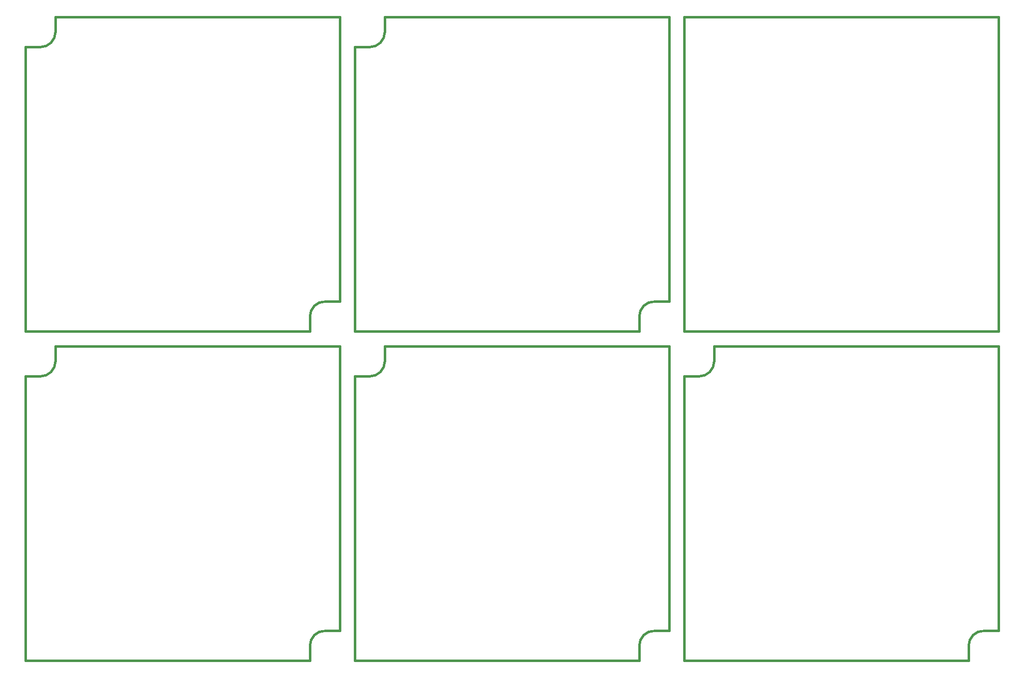
<source format=gbr>
G04 (created by PCBNEW (2013-mar-13)-testing) date Tue 09 Apr 2013 04:17:55 PM CEST*
%MOIN*%
G04 Gerber Fmt 3.4, Leading zero omitted, Abs format*
%FSLAX34Y34*%
G01*
G70*
G90*
G04 APERTURE LIST*
%ADD10C,0.00393701*%
%ADD11C,0.015*%
G04 APERTURE END LIST*
G54D10*
G54D11*
X75000Y-50000D02*
G75*
G03X74000Y-51000I0J-1000D01*
G74*
G01*
X56000Y-33000D02*
G75*
G03X57000Y-32000I0J1000D01*
G74*
G01*
X57000Y-31000D02*
X76000Y-31000D01*
X57000Y-32000D02*
X57000Y-31000D01*
X55000Y-33000D02*
X56000Y-33000D01*
X55000Y-52000D02*
X55000Y-33000D01*
X74000Y-52000D02*
X55000Y-52000D01*
X74000Y-51000D02*
X74000Y-52000D01*
X76000Y-50000D02*
X75000Y-50000D01*
X76000Y-31000D02*
X76000Y-50000D01*
X34000Y-33000D02*
G75*
G03X35000Y-32000I0J1000D01*
G74*
G01*
X53000Y-50000D02*
G75*
G03X52000Y-51000I0J-1000D01*
G74*
G01*
X35000Y-31000D02*
X35000Y-32000D01*
X54000Y-31000D02*
X35000Y-31000D01*
X54000Y-50000D02*
X54000Y-31000D01*
X53000Y-50000D02*
X54000Y-50000D01*
X52000Y-52000D02*
X52000Y-51000D01*
X33000Y-52000D02*
X52000Y-52000D01*
X33000Y-33000D02*
X33000Y-52000D01*
X33000Y-33000D02*
X34000Y-33000D01*
X31000Y-50000D02*
G75*
G03X30000Y-51000I0J-1000D01*
G74*
G01*
X32000Y-50000D02*
X31000Y-50000D01*
X32000Y-31000D02*
X32000Y-50000D01*
X12000Y-33000D02*
G75*
G03X13000Y-32000I0J1000D01*
G74*
G01*
X11000Y-33000D02*
X12000Y-33000D01*
X11000Y-33000D02*
X11000Y-52000D01*
X13000Y-31000D02*
X13000Y-32000D01*
X32000Y-31000D02*
X13000Y-31000D01*
X30000Y-52000D02*
X30000Y-51000D01*
X11000Y-52000D02*
X30000Y-52000D01*
X55000Y-30000D02*
X55000Y-9000D01*
X76000Y-30000D02*
X55000Y-30000D01*
X76000Y-9000D02*
X76000Y-30000D01*
X55000Y-9000D02*
X76000Y-9000D01*
X53000Y-28000D02*
G75*
G03X52000Y-29000I0J-1000D01*
G74*
G01*
X34000Y-11000D02*
G75*
G03X35000Y-10000I0J1000D01*
G74*
G01*
X33000Y-11000D02*
X34000Y-11000D01*
X35000Y-9000D02*
X35000Y-10000D01*
X54000Y-9000D02*
X35000Y-9000D01*
X54000Y-28000D02*
X54000Y-9000D01*
X53000Y-28000D02*
X54000Y-28000D01*
X52000Y-30000D02*
X52000Y-29000D01*
X33000Y-30000D02*
X52000Y-30000D01*
X33000Y-11000D02*
X33000Y-30000D01*
X31000Y-28000D02*
G75*
G03X30000Y-29000I0J-1000D01*
G74*
G01*
X32000Y-28000D02*
X31000Y-28000D01*
X12000Y-11000D02*
G75*
G03X13000Y-10000I0J1000D01*
G74*
G01*
X13000Y-9000D02*
X13000Y-10000D01*
X32000Y-9000D02*
X13000Y-9000D01*
X11000Y-11000D02*
X12000Y-11000D01*
X11000Y-30000D02*
X11000Y-11000D01*
X30000Y-30000D02*
X11000Y-30000D01*
X30000Y-29000D02*
X30000Y-30000D01*
X32000Y-9000D02*
X32000Y-28000D01*
M02*

</source>
